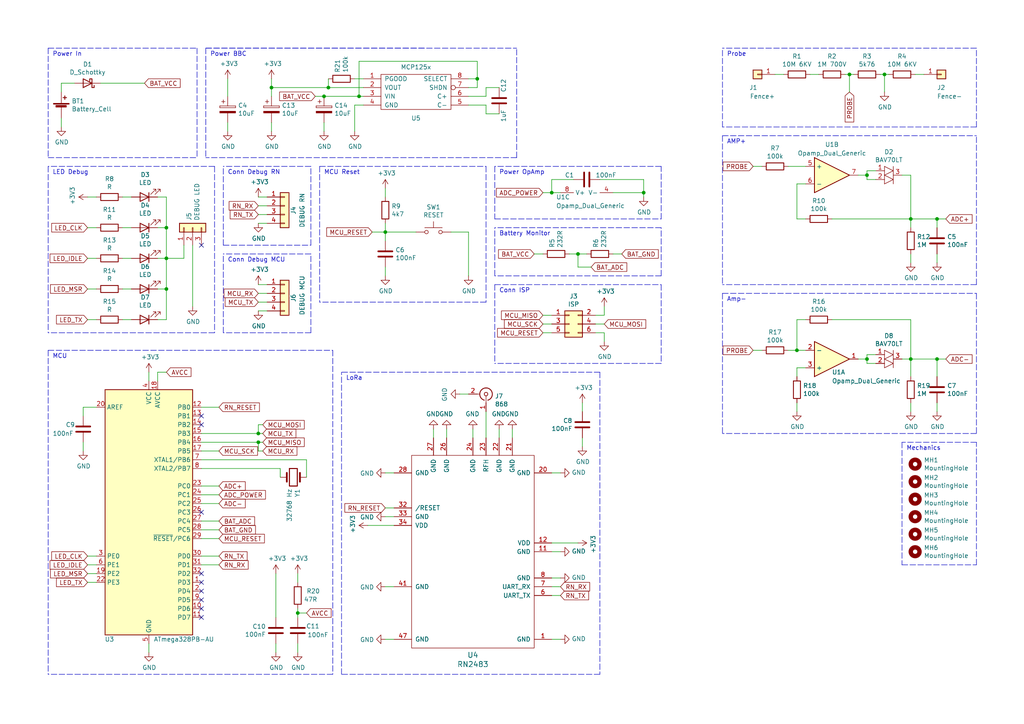
<source format=kicad_sch>
(kicad_sch (version 20211123) (generator eeschema)
  (paper "A4")
  (junction (at 111.76 67.31))
  (junction (at 95.25 25.4))
  (junction (at 48.26 83.82))
  (junction (at 74.93 125.73))
  (junction (at 264.16 104.14))
  (junction (at 74.93 128.27))
  (junction (at 256.54 21.59))
  (junction (at 246.38 21.59))
  (junction (at 48.26 66.04))
  (junction (at 251.46 104.14))
  (junction (at 231.14 101.6))
  (junction (at 186.69 55.88))
  (junction (at 167.64 73.66))
  (junction (at 251.46 50.8))
  (junction (at 160.02 55.88))
  (junction (at 264.16 63.5))
  (junction (at 104.14 27.94))
  (junction (at 93.98 27.94))
  (junction (at 271.78 63.5))
  (junction (at 271.78 104.14))
  (junction (at 138.43 22.86))
  (junction (at 86.36 177.8))
  (junction (at 48.26 74.93))
  (junction (at 78.74 25.4))
  (no_connect (at 58.42 168.91))
  (no_connect (at 58.42 179.07))
  (no_connect (at 58.42 71.12))
  (no_connect (at 58.42 148.59))
  (no_connect (at 58.42 171.45))
  (no_connect (at 58.42 166.37))
  (no_connect (at 58.42 123.19))
  (no_connect (at 58.42 173.99))
  (no_connect (at 58.42 176.53))
  (no_connect (at 58.42 120.65))
  (wire (pts (xy 25.4 66.04) (xy 27.94 66.04)))
  (wire (pts (xy 76.2 123.19) (xy 74.93 123.19)))
  (wire (pts (xy 105.41 22.86) (xy 102.87 22.86)))
  (wire (pts (xy 88.9 133.35) (xy 88.9 138.43)))
  (polyline (pts (xy 209.55 39.37) (xy 209.55 82.55)))
  (polyline (pts (xy 64.77 71.12) (xy 64.77 48.26)))
  (polyline (pts (xy 283.21 163.83) (xy 283.21 128.27)))
  (wire (pts (xy 231.14 63.5) (xy 233.68 63.5)))
  (wire (pts (xy 264.16 116.84) (xy 264.16 119.38)))
  (wire (pts (xy 160.02 52.07) (xy 166.37 52.07)))
  (wire (pts (xy 264.16 92.71) (xy 241.3 92.71)))
  (wire (pts (xy 160.02 167.64) (xy 162.56 167.64)))
  (wire (pts (xy 114.3 149.86) (xy 111.76 149.86)))
  (wire (pts (xy 114.3 147.32) (xy 111.76 147.32)))
  (wire (pts (xy 231.14 101.6) (xy 233.68 101.6)))
  (wire (pts (xy 25.4 83.82) (xy 27.94 83.82)))
  (polyline (pts (xy 140.97 48.26) (xy 140.97 87.63)))
  (wire (pts (xy 86.36 179.07) (xy 86.36 177.8)))
  (wire (pts (xy 148.59 127) (xy 148.59 124.46)))
  (wire (pts (xy 233.68 53.34) (xy 231.14 53.34)))
  (polyline (pts (xy 283.21 36.83) (xy 209.55 36.83)))
  (wire (pts (xy 38.1 57.15) (xy 35.56 57.15)))
  (polyline (pts (xy 283.21 13.97) (xy 209.55 13.97)))
  (wire (pts (xy 63.5 118.11) (xy 58.42 118.11)))
  (wire (pts (xy 135.89 114.3) (xy 133.35 114.3)))
  (polyline (pts (xy 90.17 48.26) (xy 64.77 48.26)))
  (polyline (pts (xy 13.97 48.26) (xy 13.97 96.52)))
  (wire (pts (xy 264.16 76.2) (xy 264.16 73.66)))
  (wire (pts (xy 25.4 74.93) (xy 27.94 74.93)))
  (wire (pts (xy 231.14 101.6) (xy 228.6 101.6)))
  (wire (pts (xy 140.97 27.94) (xy 140.97 25.4)))
  (wire (pts (xy 135.89 27.94) (xy 140.97 27.94)))
  (polyline (pts (xy 92.71 48.26) (xy 140.97 48.26)))
  (wire (pts (xy 251.46 52.07) (xy 251.46 50.8)))
  (wire (pts (xy 271.78 73.66) (xy 271.78 76.2)))
  (wire (pts (xy 111.76 67.31) (xy 111.76 69.85)))
  (polyline (pts (xy 96.52 195.58) (xy 13.97 195.58)))
  (wire (pts (xy 48.26 74.93) (xy 53.34 74.93)))
  (wire (pts (xy 106.68 152.4) (xy 114.3 152.4)))
  (wire (pts (xy 43.18 186.69) (xy 43.18 189.23)))
  (wire (pts (xy 91.44 27.94) (xy 93.98 27.94)))
  (wire (pts (xy 231.14 119.38) (xy 231.14 116.84)))
  (polyline (pts (xy 283.21 125.73) (xy 209.55 125.73)))
  (wire (pts (xy 168.91 129.54) (xy 168.91 127)))
  (wire (pts (xy 138.43 22.86) (xy 138.43 17.78)))
  (polyline (pts (xy 191.77 80.01) (xy 143.51 80.01)))
  (wire (pts (xy 160.02 55.88) (xy 160.02 52.07)))
  (wire (pts (xy 77.47 87.63) (xy 74.93 87.63)))
  (wire (pts (xy 173.99 52.07) (xy 186.69 52.07)))
  (polyline (pts (xy 191.77 82.55) (xy 191.77 105.41)))
  (wire (pts (xy 271.78 66.04) (xy 271.78 63.5)))
  (polyline (pts (xy 90.17 71.12) (xy 90.17 48.26)))
  (wire (pts (xy 48.26 83.82) (xy 45.72 83.82)))
  (wire (pts (xy 48.26 74.93) (xy 48.26 66.04)))
  (wire (pts (xy 25.4 92.71) (xy 27.94 92.71)))
  (wire (pts (xy 264.16 63.5) (xy 264.16 66.04)))
  (wire (pts (xy 55.88 88.9) (xy 55.88 71.12)))
  (wire (pts (xy 102.87 30.48) (xy 102.87 38.1)))
  (wire (pts (xy 58.42 133.35) (xy 88.9 133.35)))
  (wire (pts (xy 35.56 74.93) (xy 38.1 74.93)))
  (polyline (pts (xy 209.55 39.37) (xy 283.21 39.37)))
  (wire (pts (xy 251.46 104.14) (xy 248.92 104.14)))
  (wire (pts (xy 81.28 135.89) (xy 81.28 138.43)))
  (wire (pts (xy 261.62 104.14) (xy 264.16 104.14)))
  (wire (pts (xy 137.16 127) (xy 137.16 124.46)))
  (wire (pts (xy 167.64 77.47) (xy 171.45 77.47)))
  (wire (pts (xy 104.14 17.78) (xy 104.14 27.94)))
  (wire (pts (xy 271.78 109.22) (xy 271.78 104.14)))
  (polyline (pts (xy 173.99 107.95) (xy 99.06 107.95)))
  (wire (pts (xy 175.26 91.44) (xy 175.26 88.9)))
  (wire (pts (xy 74.93 62.23) (xy 77.47 62.23)))
  (wire (pts (xy 160.02 91.44) (xy 157.48 91.44)))
  (wire (pts (xy 74.93 59.69) (xy 77.47 59.69)))
  (wire (pts (xy 140.97 30.48) (xy 140.97 33.02)))
  (polyline (pts (xy 149.86 45.72) (xy 149.86 13.97)))
  (wire (pts (xy 135.89 25.4) (xy 138.43 25.4)))
  (wire (pts (xy 160.02 93.98) (xy 157.48 93.98)))
  (wire (pts (xy 177.8 55.88) (xy 186.69 55.88)))
  (wire (pts (xy 251.46 49.53) (xy 251.46 50.8)))
  (wire (pts (xy 157.48 73.66) (xy 154.94 73.66)))
  (wire (pts (xy 104.14 27.94) (xy 93.98 27.94)))
  (wire (pts (xy 162.56 170.18) (xy 160.02 170.18)))
  (wire (pts (xy 231.14 92.71) (xy 231.14 101.6)))
  (wire (pts (xy 167.64 77.47) (xy 167.64 73.66)))
  (wire (pts (xy 48.26 57.15) (xy 45.72 57.15)))
  (wire (pts (xy 254 105.41) (xy 251.46 105.41)))
  (wire (pts (xy 38.1 83.82) (xy 35.56 83.82)))
  (wire (pts (xy 130.81 67.31) (xy 135.89 67.31)))
  (wire (pts (xy 111.76 57.15) (xy 111.76 54.61)))
  (wire (pts (xy 48.26 83.82) (xy 48.26 74.93)))
  (polyline (pts (xy 57.15 13.97) (xy 57.15 45.72)))
  (wire (pts (xy 104.14 17.78) (xy 138.43 17.78)))
  (polyline (pts (xy 191.77 48.26) (xy 143.51 48.26)))
  (wire (pts (xy 245.11 21.59) (xy 246.38 21.59)))
  (wire (pts (xy 233.68 106.68) (xy 231.14 106.68)))
  (wire (pts (xy 63.5 161.29) (xy 58.42 161.29)))
  (wire (pts (xy 234.95 21.59) (xy 237.49 21.59)))
  (polyline (pts (xy 140.97 87.63) (xy 92.71 87.63)))
  (wire (pts (xy 271.78 104.14) (xy 264.16 104.14)))
  (wire (pts (xy 160.02 185.42) (xy 162.56 185.42)))
  (polyline (pts (xy 149.86 45.72) (xy 59.69 45.72)))
  (wire (pts (xy 63.5 163.83) (xy 58.42 163.83)))
  (wire (pts (xy 63.5 156.21) (xy 58.42 156.21)))
  (polyline (pts (xy 283.21 82.55) (xy 209.55 82.55)))
  (wire (pts (xy 160.02 96.52) (xy 157.48 96.52)))
  (wire (pts (xy 251.46 50.8) (xy 248.92 50.8)))
  (polyline (pts (xy 191.77 80.01) (xy 191.77 66.04)))
  (wire (pts (xy 74.93 123.19) (xy 74.93 125.73)))
  (wire (pts (xy 88.9 177.8) (xy 86.36 177.8)))
  (wire (pts (xy 274.32 104.14) (xy 271.78 104.14)))
  (wire (pts (xy 21.59 24.13) (xy 17.78 24.13)))
  (wire (pts (xy 264.16 104.14) (xy 264.16 109.22)))
  (wire (pts (xy 114.3 170.18) (xy 111.76 170.18)))
  (wire (pts (xy 38.1 92.71) (xy 35.56 92.71)))
  (wire (pts (xy 231.14 106.68) (xy 231.14 109.22)))
  (wire (pts (xy 27.94 118.11) (xy 24.13 118.11)))
  (polyline (pts (xy 143.51 82.55) (xy 143.51 105.41)))
  (wire (pts (xy 162.56 172.72) (xy 160.02 172.72)))
  (wire (pts (xy 111.76 67.31) (xy 120.65 67.31)))
  (polyline (pts (xy 99.06 195.58) (xy 99.06 107.95)))
  (wire (pts (xy 135.89 22.86) (xy 138.43 22.86)))
  (wire (pts (xy 125.73 124.46) (xy 125.73 127)))
  (wire (pts (xy 45.72 107.95) (xy 45.72 110.49)))
  (wire (pts (xy 144.78 127) (xy 144.78 124.46)))
  (wire (pts (xy 105.41 30.48) (xy 102.87 30.48)))
  (wire (pts (xy 114.3 137.16) (xy 111.76 137.16)))
  (wire (pts (xy 77.47 85.09) (xy 74.93 85.09)))
  (polyline (pts (xy 143.51 63.5) (xy 191.77 63.5)))
  (wire (pts (xy 180.34 73.66) (xy 177.8 73.66)))
  (polyline (pts (xy 191.77 105.41) (xy 143.51 105.41)))
  (wire (pts (xy 27.94 166.37) (xy 25.4 166.37)))
  (wire (pts (xy 167.64 73.66) (xy 170.18 73.66)))
  (wire (pts (xy 76.2 130.81) (xy 74.93 130.81)))
  (wire (pts (xy 220.98 101.6) (xy 218.44 101.6)))
  (wire (pts (xy 254 52.07) (xy 251.46 52.07)))
  (polyline (pts (xy 209.55 36.83) (xy 209.55 13.97)))
  (wire (pts (xy 231.14 53.34) (xy 231.14 63.5)))
  (wire (pts (xy 157.48 55.88) (xy 160.02 55.88)))
  (wire (pts (xy 27.94 163.83) (xy 25.4 163.83)))
  (wire (pts (xy 24.13 118.11) (xy 24.13 120.65)))
  (wire (pts (xy 140.97 127) (xy 140.97 119.38)))
  (polyline (pts (xy 13.97 101.6) (xy 13.97 195.58)))
  (polyline (pts (xy 59.69 13.97) (xy 123.19 13.97)))
  (polyline (pts (xy 59.69 13.97) (xy 59.69 45.72)))
  (wire (pts (xy 66.04 35.56) (xy 66.04 38.1)))
  (polyline (pts (xy 209.55 85.09) (xy 283.21 85.09)))
  (wire (pts (xy 78.74 35.56) (xy 78.74 38.1)))
  (wire (pts (xy 43.18 110.49) (xy 43.18 107.95)))
  (wire (pts (xy 25.4 57.15) (xy 27.94 57.15)))
  (wire (pts (xy 114.3 185.42) (xy 111.76 185.42)))
  (polyline (pts (xy 283.21 36.83) (xy 283.21 13.97)))
  (wire (pts (xy 63.5 146.05) (xy 58.42 146.05)))
  (wire (pts (xy 77.47 57.15) (xy 74.93 57.15)))
  (wire (pts (xy 78.74 25.4) (xy 78.74 22.86)))
  (wire (pts (xy 271.78 116.84) (xy 271.78 119.38)))
  (wire (pts (xy 29.21 24.13) (xy 41.91 24.13)))
  (wire (pts (xy 129.54 127) (xy 129.54 124.46)))
  (wire (pts (xy 53.34 74.93) (xy 53.34 71.12)))
  (wire (pts (xy 246.38 21.59) (xy 247.65 21.59)))
  (wire (pts (xy 256.54 21.59) (xy 257.81 21.59)))
  (polyline (pts (xy 64.77 96.52) (xy 64.77 73.66)))
  (wire (pts (xy 27.94 168.91) (xy 25.4 168.91)))
  (wire (pts (xy 48.26 92.71) (xy 45.72 92.71)))
  (polyline (pts (xy 283.21 128.27) (xy 261.62 128.27)))
  (wire (pts (xy 95.25 25.4) (xy 105.41 25.4)))
  (wire (pts (xy 27.94 161.29) (xy 25.4 161.29)))
  (wire (pts (xy 77.47 90.17) (xy 74.93 90.17)))
  (wire (pts (xy 78.74 25.4) (xy 78.74 27.94)))
  (wire (pts (xy 220.98 48.26) (xy 218.44 48.26)))
  (wire (pts (xy 58.42 130.81) (xy 63.5 130.81)))
  (wire (pts (xy 186.69 55.88) (xy 186.69 57.15)))
  (wire (pts (xy 58.42 135.89) (xy 81.28 135.89)))
  (wire (pts (xy 160.02 157.48) (xy 167.64 157.48)))
  (wire (pts (xy 175.26 96.52) (xy 172.72 96.52)))
  (wire (pts (xy 17.78 34.29) (xy 17.78 36.83)))
  (wire (pts (xy 186.69 52.07) (xy 186.69 55.88)))
  (polyline (pts (xy 143.51 48.26) (xy 143.51 63.5)))
  (wire (pts (xy 74.93 125.73) (xy 76.2 125.73)))
  (wire (pts (xy 261.62 50.8) (xy 264.16 50.8)))
  (wire (pts (xy 86.36 177.8) (xy 86.36 176.53)))
  (wire (pts (xy 255.27 21.59) (xy 256.54 21.59)))
  (wire (pts (xy 86.36 189.23) (xy 86.36 186.69)))
  (wire (pts (xy 233.68 48.26) (xy 228.6 48.26)))
  (wire (pts (xy 77.47 64.77) (xy 74.93 64.77)))
  (polyline (pts (xy 143.51 80.01) (xy 143.51 66.04)))
  (polyline (pts (xy 62.23 48.26) (xy 13.97 48.26)))
  (wire (pts (xy 256.54 26.67) (xy 256.54 21.59)))
  (wire (pts (xy 105.41 27.94) (xy 104.14 27.94)))
  (wire (pts (xy 38.1 66.04) (xy 35.56 66.04)))
  (wire (pts (xy 251.46 102.87) (xy 251.46 104.14)))
  (wire (pts (xy 172.72 91.44) (xy 175.26 91.44)))
  (wire (pts (xy 93.98 35.56) (xy 93.98 38.1)))
  (polyline (pts (xy 62.23 48.26) (xy 62.23 96.52)))
  (wire (pts (xy 78.74 25.4) (xy 95.25 25.4)))
  (polyline (pts (xy 209.55 85.09) (xy 209.55 125.73)))
  (wire (pts (xy 264.16 50.8) (xy 264.16 63.5)))
  (wire (pts (xy 48.26 92.71) (xy 48.26 83.82)))
  (wire (pts (xy 111.76 80.01) (xy 111.76 77.47)))
  (wire (pts (xy 80.01 189.23) (xy 80.01 186.69)))
  (wire (pts (xy 274.32 63.5) (xy 271.78 63.5)))
  (wire (pts (xy 264.16 92.71) (xy 264.16 104.14)))
  (polyline (pts (xy 261.62 163.83) (xy 283.21 163.83)))
  (wire (pts (xy 111.76 64.77) (xy 111.76 67.31)))
  (wire (pts (xy 165.1 73.66) (xy 167.64 73.66)))
  (wire (pts (xy 48.26 74.93) (xy 45.72 74.93)))
  (polyline (pts (xy 283.21 82.55) (xy 283.21 39.37)))
  (wire (pts (xy 140.97 25.4) (xy 144.78 25.4)))
  (wire (pts (xy 254 49.53) (xy 251.46 49.53)))
  (polyline (pts (xy 64.77 71.12) (xy 90.17 71.12)))
  (wire (pts (xy 86.36 168.91) (xy 86.36 166.37)))
  (wire (pts (xy 17.78 24.13) (xy 17.78 26.67)))
  (wire (pts (xy 160.02 160.02) (xy 162.56 160.02)))
  (wire (pts (xy 63.5 143.51) (xy 58.42 143.51)))
  (wire (pts (xy 168.91 119.38) (xy 168.91 116.84)))
  (wire (pts (xy 160.02 137.16) (xy 162.56 137.16)))
  (wire (pts (xy 63.5 140.97) (xy 58.42 140.97)))
  (wire (pts (xy 48.26 66.04) (xy 45.72 66.04)))
  (polyline (pts (xy 173.99 107.95) (xy 173.99 195.58)))
  (wire (pts (xy 74.93 128.27) (xy 76.2 128.27)))
  (wire (pts (xy 24.13 130.81) (xy 24.13 128.27)))
  (polyline (pts (xy 90.17 96.52) (xy 64.77 96.52)))
  (wire (pts (xy 135.89 30.48) (xy 140.97 30.48)))
  (wire (pts (xy 66.04 22.86) (xy 66.04 27.94)))
  (wire (pts (xy 224.79 21.59) (xy 227.33 21.59)))
  (wire (pts (xy 175.26 99.06) (xy 175.26 96.52)))
  (polyline (pts (xy 143.51 82.55) (xy 191.77 82.55)))
  (wire (pts (xy 80.01 179.07) (xy 80.01 166.37)))
  (wire (pts (xy 175.26 93.98) (xy 172.72 93.98)))
  (polyline (pts (xy 13.97 101.6) (xy 96.52 101.6)))
  (wire (pts (xy 251.46 105.41) (xy 251.46 104.14)))
  (wire (pts (xy 95.25 22.86) (xy 95.25 25.4)))
  (polyline (pts (xy 191.77 66.04) (xy 143.51 66.04)))
  (polyline (pts (xy 62.23 96.52) (xy 13.97 96.52)))
  (wire (pts (xy 107.95 67.31) (xy 111.76 67.31)))
  (polyline (pts (xy 191.77 63.5) (xy 191.77 48.26)))
  (wire (pts (xy 63.5 153.67) (xy 58.42 153.67)))
  (wire (pts (xy 254 102.87) (xy 251.46 102.87)))
  (wire (pts (xy 160.02 55.88) (xy 162.56 55.88)))
  (wire (pts (xy 45.72 107.95) (xy 48.26 107.95)))
  (polyline (pts (xy 90.17 96.52) (xy 90.17 73.66)))
  (polyline (pts (xy 92.71 48.26) (xy 92.71 87.63)))
  (wire (pts (xy 58.42 128.27) (xy 74.93 128.27)))
  (wire (pts (xy 246.38 21.59) (xy 246.38 26.67)))
  (polyline (pts (xy 13.97 13.97) (xy 13.97 45.72)))
  (polyline (pts (xy 13.97 13.97) (xy 57.15 13.97)))
  (polyline (pts (xy 59.69 13.97) (xy 149.86 13.97)))
  (polyline (pts (xy 261.62 128.27) (xy 261.62 163.83)))
  (polyline (pts (xy 90.17 73.66) (xy 64.77 73.66)))
  (wire (pts (xy 233.68 92.71) (xy 231.14 92.71)))
  (wire (pts (xy 140.97 33.02) (xy 144.78 33.02)))
  (wire (pts (xy 63.5 151.13) (xy 58.42 151.13)))
  (polyline (pts (xy 96.52 101.6) (xy 96.52 195.58)))
  (wire (pts (xy 74.93 130.81) (xy 74.93 128.27)))
  (polyline (pts (xy 13.97 45.72) (xy 57.15 45.72)))
  (wire (pts (xy 48.26 57.15) (xy 48.26 66.04)))
  (wire (pts (xy 265.43 21.59) (xy 267.97 21.59)))
  (wire (pts (xy 77.47 82.55) (xy 74.93 82.55)))
  (wire (pts (xy 135.89 67.31) (xy 135.89 80.01)))
  (wire (pts (xy 138.43 25.4) (xy 138.43 22.86)))
  (polyline (pts (xy 283.21 85.09) (xy 283.21 125.73)))
  (polyline (pts (xy 173.99 195.58) (xy 99.06 195.58)))
  (wire (pts (xy 241.3 63.5) (xy 264.16 63.5)))
  (wire (pts (xy 271.78 63.5) (xy 264.16 63.5)))
  (wire (pts (xy 58.42 125.73) (xy 74.93 125.73)))
  (text "Power BBC" (at 60.96 16.51 0) (effects (font (size 1.27 1.27)) (justify left bottom)))
  (text "Conn ISP" (at 144.78 85.09 0) (effects (font (size 1.27 1.27)) (justify left bottom)))
  (text "Battery Monitor" (at 144.78 68.58 0) (effects (font (size 1.27 1.27)) (justify left bottom)))
  (text "Conn Debug MCU" (at 66.04 76.2 0) (effects (font (size 1.27 1.27)) (justify left bottom)))
  (text "AMP+" (at 210.82 41.91 0) (effects (font (size 1.27 1.27)) (justify left bottom)))
  (text "MCU" (at 15.24 104.14 0) (effects (font (size 1.27 1.27)) (justify left bottom)))
  (text "Conn Debug RN" (at 66.04 50.8 0) (effects (font (size 1.27 1.27)) (justify left bottom)))
  (text "Mechanics" (at 262.89 130.81 0) (effects (font (size 1.27 1.27)) (justify left bottom)))
  (text "Power In" (at 15.24 16.51 0) (effects (font (size 1.27 1.27)) (justify left bottom)))
  (text "MCU Reset" (at 93.98 50.8 0) (effects (font (size 1.27 1.27)) (justify left bottom)))
  (text "Power OpAmp" (at 144.78 50.8 0) (effects (font (size 1.27 1.27)) (justify left bottom)))
  (text "LoRa" (at 100.33 110.49 0) (effects (font (size 1.27 1.27)) (justify left bottom)))
  (text "LED Debug" (at 15.24 50.8 0) (effects (font (size 1.27 1.27)) (justify left bottom)))
  (text "Probe" (at 210.82 16.51 0) (effects (font (size 1.27 1.27)) (justify left bottom)))
  (text "Amp-" (at 210.82 87.63 0) (effects (font (size 1.27 1.27)) (justify left bottom)))
  (global_label "BAT_VCC" (shape input) (at 41.91 24.13 0) (property "Intersheet References" "${INTERSHEET_REFS}" (effects hide)))
  (global_label "LED_MSR" (shape input) (at 25.4 166.37 180) (property "Intersheet References" "${INTERSHEET_REFS}" (effects hide)))
  (global_label "MCU_MOSI" (shape input) (at 175.26 93.98 0) (property "Intersheet References" "${INTERSHEET_REFS}" (effects hide)))
  (global_label "BAT_ADC" (shape input) (at 63.5 151.13 0) (property "Intersheet References" "${INTERSHEET_REFS}" (effects hide)))
  (global_label "ADC_POWER" (shape input) (at 157.48 55.88 180) (property "Intersheet References" "${INTERSHEET_REFS}" (effects hide)))
  (global_label "BAT_VCC" (shape input) (at 91.44 27.94 180) (property "Intersheet References" "${INTERSHEET_REFS}" (effects hide)))
  (global_label "MCU_RX" (shape input) (at 74.93 85.09 180) (property "Intersheet References" "${INTERSHEET_REFS}" (effects hide)))
  (global_label "BAT_VCC" (shape input) (at 154.94 73.66 180) (property "Intersheet References" "${INTERSHEET_REFS}" (effects hide)))
  (global_label "MCU_RX" (shape input) (at 76.2 130.81 0) (property "Intersheet References" "${INTERSHEET_REFS}" (effects hide)))
  (global_label "ADC+" (shape input) (at 274.32 63.5 0) (property "Intersheet References" "${INTERSHEET_REFS}" (effects hide)))
  (global_label "RN_RESET" (shape input) (at 111.76 147.32 180) (property "Intersheet References" "${INTERSHEET_REFS}" (effects hide)))
  (global_label "PROBE" (shape input) (at 218.44 101.6 180) (property "Intersheet References" "${INTERSHEET_REFS}" (effects hide)))
  (global_label "LED_TX" (shape input) (at 25.4 168.91 180) (property "Intersheet References" "${INTERSHEET_REFS}" (effects hide)))
  (global_label "RN_TX" (shape input) (at 74.93 62.23 180) (property "Intersheet References" "${INTERSHEET_REFS}" (effects hide)))
  (global_label "BAT_GND" (shape input) (at 180.34 73.66 0) (property "Intersheet References" "${INTERSHEET_REFS}" (effects hide)))
  (global_label "RN_RX" (shape input) (at 63.5 163.83 0) (property "Intersheet References" "${INTERSHEET_REFS}" (effects hide)))
  (global_label "BAT_ADC" (shape input) (at 171.45 77.47 0) (property "Intersheet References" "${INTERSHEET_REFS}" (effects hide)))
  (global_label "MCU_RESET" (shape input) (at 157.48 96.52 180) (property "Intersheet References" "${INTERSHEET_REFS}" (effects hide)))
  (global_label "LED_IDLE" (shape input) (at 25.4 163.83 180) (property "Intersheet References" "${INTERSHEET_REFS}" (effects hide)))
  (global_label "MCU_SCK" (shape input) (at 157.48 93.98 180) (property "Intersheet References" "${INTERSHEET_REFS}" (effects hide)))
  (global_label "AVCC" (shape input) (at 48.26 107.95 0) (property "Intersheet References" "${INTERSHEET_REFS}" (effects hide)))
  (global_label "AVCC" (shape input) (at 88.9 177.8 0) (property "Intersheet References" "${INTERSHEET_REFS}" (effects hide)))
  (global_label "RN_RESET" (shape input) (at 63.5 118.11 0) (property "Intersheet References" "${INTERSHEET_REFS}" (effects hide)))
  (global_label "ADC-" (shape input) (at 274.32 104.14 0) (property "Intersheet References" "${INTERSHEET_REFS}" (effects hide)))
  (global_label "MCU_MISO" (shape input) (at 76.2 128.27 0) (property "Intersheet References" "${INTERSHEET_REFS}" (effects hide)))
  (global_label "RN_RX" (shape input) (at 162.56 170.18 0) (property "Intersheet References" "${INTERSHEET_REFS}" (effects hide)))
  (global_label "ADC_POWER" (shape input) (at 63.5 143.51 0) (property "Intersheet References" "${INTERSHEET_REFS}" (effects hide)))
  (global_label "LED_MSR" (shape input) (at 25.4 83.82 180) (property "Intersheet References" "${INTERSHEET_REFS}" (effects hide)))
  (global_label "LED_CLK" (shape input) (at 25.4 66.04 180) (property "Intersheet References" "${INTERSHEET_REFS}" (effects hide)))
  (global_label "RN_TX" (shape input) (at 162.56 172.72 0) (property "Intersheet References" "${INTERSHEET_REFS}" (effects hide)))
  (global_label "MCU_RESET" (shape input) (at 63.5 156.21 0) (property "Intersheet References" "${INTERSHEET_REFS}" (effects hide)))
  (global_label "LED_CLK" (shape input) (at 25.4 161.29 180) (property "Intersheet References" "${INTERSHEET_REFS}" (effects hide)))
  (global_label "MCU_TX" (shape input) (at 74.93 87.63 180) (property "Intersheet References" "${INTERSHEET_REFS}" (effects hide)))
  (global_label "LED_IDLE" (shape input) (at 25.4 74.93 180) (property "Intersheet References" "${INTERSHEET_REFS}" (effects hide)))
  (global_label "ADC+" (shape input) (at 63.5 140.97 0) (property "Intersheet References" "${INTERSHEET_REFS}" (effects hide)))
  (global_label "LED_TX" (shape input) (at 25.4 92.71 180) (property "Intersheet References" "${INTERSHEET_REFS}" (effects hide)))
  (global_label "PROBE" (shape input) (at 218.44 48.26 180) (property "Intersheet References" "${INTERSHEET_REFS}" (effects hide)))
  (global_label "MCU_MISO" (shape input) (at 157.48 91.44 180) (property "Intersheet References" "${INTERSHEET_REFS}" (effects hide)))
  (global_label "RN_RX" (shape input) (at 74.93 59.69 180) (property "Intersheet References" "${INTERSHEET_REFS}" (effects hide)))
  (global_label "ADC-" (shape input) (at 63.5 146.05 0) (property "Intersheet References" "${INTERSHEET_REFS}" (effects hide)))
  (global_label "PROBE" (shape input) (at 246.38 26.67 270) (property "Intersheet References" "${INTERSHEET_REFS}" (effects hide)))
  (global_label "RN_TX" (shape input) (at 63.5 161.29 0) (property "Intersheet References" "${INTERSHEET_REFS}" (effects hide)))
  (global_label "MCU_RESET" (shape input) (at 107.95 67.31 180) (property "Intersheet References" "${INTERSHEET_REFS}" (effects hide)))
  (global_label "MCU_MOSI" (shape input) (at 76.2 123.19 0) (property "Intersheet References" "${INTERSHEET_REFS}" (effects hide)))
  (global_label "MCU_SCK" (shape input) (at 63.5 130.81 0) (property "Intersheet References" "${INTERSHEET_REFS}" (effects hide)))
  (global_label "MCU_TX" (shape input) (at 76.2 125.73 0) (property "Intersheet References" "${INTERSHEET_REFS}" (effects hide)))
  (global_label "BAT_GND" (shape input) (at 63.5 153.67 0) (property "Intersheet References" "${INTERSHEET_REFS}" (effects hide)))
  (symbol (lib_id "Connector_Generic:Conn_01x01") (at 219.71 21.59 180) (unit 1)
    (property "Reference" "J1" (at 219.71 25.4 0) (effects (justify left)))
    (property "Value" "Fence+" (at 224.79 27.94 0) (effects (justify left)))
    (property "Footprint" "TestPoint:TestPoint_THTPad_4.0x4.0mm_Drill2.0mm" (effects hide))
  )
  (symbol (lib_id "Connector_Generic:Conn_01x01") (at 273.05 21.59 0) (unit 1)
    (property "Reference" "J2" (at 271.78 25.4 0) (effects (justify left)))
    (property "Value" "Fence-" (at 271.78 27.94 0) (effects (justify left)))
    (property "Footprint" "TestPoint:TestPoint_THTPad_4.0x4.0mm_Drill2.0mm" (effects hide))
  )
  (symbol (lib_id "ALITECS:TLV9062") (at 241.3 50.8 0) (unit 2)
    (property "Reference" "U1" (at 241.3 41.91 0))
    (property "Value" "Opamp_Dual_Generic" (at 241.3 44.45 0))
    (property "Footprint" "Package_SO:SOIC-8_3.9x4.9mm_P1.27mm" (effects hide))
  )
  (symbol (lib_id "ALITECS:TLV9062") (at 170.18 58.42 90) (mirror x) (unit 3)
    (property "Reference" "U1" (at 161.29 57.15 90) (effects (justify right)))
    (property "Value" "Opamp_Dual_Generic" (at 161.29 59.69 90) (effects (justify right)))
    (property "Footprint" "Package_SO:SOIC-8_3.9x4.9mm_P1.27mm" (effects hide))
  )
  (symbol (lib_id "Device:Battery_Cell") (at 17.78 31.75 0) (unit 1)
    (property "Reference" "BT1" (at 20.7772 29.3116 0) (effects (justify left)))
    (property "Value" "Battery_Cell" (at 20.7772 31.623 0) (effects (justify left)))
    (property "Footprint" "ALITECS:18650HolderTHT" (effects hide))
  )
  (symbol (lib_id "Device:R") (at 111.76 60.96 0) (unit 1)
    (property "Reference" "R9" (at 113.538 59.7916 0) (effects (justify left)))
    (property "Value" "4k7" (at 113.538 62.103 0) (effects (justify left)))
    (property "Footprint" "Resistor_SMD:R_0805_2012Metric_Pad1.20x1.40mm_HandSolder" (effects hide))
  )
  (symbol (lib_id "Device:C") (at 111.76 73.66 0) (unit 1)
    (property "Reference" "C6" (at 114.681 72.4916 0) (effects (justify left)))
    (property "Value" "100nF" (at 114.681 74.803 0) (effects (justify left)))
    (property "Footprint" "Capacitor_SMD:C_0805_2012Metric_Pad1.18x1.45mm_HandSolder" (effects hide))
  )
  (symbol (lib_id "Device:C") (at 271.78 69.85 0) (unit 1)
    (property "Reference" "C5" (at 274.701 68.6816 0) (effects (justify left)))
    (property "Value" "100nF" (at 274.701 70.993 0) (effects (justify left)))
    (property "Footprint" "Capacitor_SMD:C_0805_2012Metric_Pad1.18x1.45mm_HandSolder" (effects hide))
  )
  (symbol (lib_id "power:GND") (at 66.04 38.1 0) (unit 1)
    (property "Reference" "#PWR06" (effects hide))
    (property "Value" "GND" (at 66.167 42.4942 0))
  )
  (symbol (lib_id "lofence-rescue:CP-Device") (at 66.04 31.75 0) (unit 1)
    (property "Reference" "C4" (at 69.0372 30.5816 0) (effects (justify left)))
    (property "Value" "10uF" (at 69.0372 32.893 0) (effects (justify left)))
    (property "Footprint" "Capacitor_SMD:CP_Elec_4x5.7" (effects hide))
  )
  (symbol (lib_id "Connector_Generic:Conn_02x03_Odd_Even") (at 165.1 93.98 0) (unit 1)
    (property "Reference" "J3" (at 166.37 85.9282 0))
    (property "Value" "ISP" (at 166.37 88.2396 0))
    (property "Footprint" "Connector_PinHeader_2.54mm:PinHeader_2x03_P2.54mm_Vertical" (effects hide))
  )
  (symbol (lib_id "lofence-rescue:+3.3V-power") (at 66.04 22.86 0) (unit 1)
    (property "Reference" "#PWR01" (effects hide))
    (property "Value" "+3.3V" (at 66.421 18.4658 0))
  )
  (symbol (lib_id "lofence-rescue:+3.3V-power") (at 111.76 54.61 0) (unit 1)
    (property "Reference" "#PWR07" (effects hide))
    (property "Value" "+3.3V" (at 112.141 50.2158 0))
  )
  (symbol (lib_id "power:GND") (at 111.76 80.01 0) (unit 1)
    (property "Reference" "#PWR013" (effects hide))
    (property "Value" "GND" (at 111.887 84.4042 0))
  )
  (symbol (lib_id "Device:R") (at 237.49 63.5 270) (unit 1)
    (property "Reference" "R10" (at 237.49 58.2422 90))
    (property "Value" "100k" (at 237.49 60.5536 90))
    (property "Footprint" "Resistor_SMD:R_0805_2012Metric_Pad1.20x1.40mm_HandSolder" (effects hide))
  )
  (symbol (lib_id "Device:R") (at 264.16 69.85 180) (unit 1)
    (property "Reference" "R12" (at 265.938 68.6816 0) (effects (justify right)))
    (property "Value" "1M" (at 265.938 70.993 0) (effects (justify right)))
    (property "Footprint" "Resistor_SMD:R_0805_2012Metric_Pad1.20x1.40mm_HandSolder" (effects hide))
  )
  (symbol (lib_id "power:GND") (at 264.16 76.2 0) (unit 1)
    (property "Reference" "#PWR011" (effects hide))
    (property "Value" "GND" (at 264.287 80.5942 0))
  )
  (symbol (lib_id "power:GND") (at 271.78 76.2 0) (unit 1)
    (property "Reference" "#PWR012" (effects hide))
    (property "Value" "GND" (at 271.907 80.5942 0))
  )
  (symbol (lib_id "Device:R") (at 224.79 48.26 270) (unit 1)
    (property "Reference" "R7" (at 224.79 43.0022 90))
    (property "Value" "100k" (at 224.79 45.3136 90))
    (property "Footprint" "Resistor_SMD:R_0805_2012Metric_Pad1.20x1.40mm_HandSolder" (effects hide))
  )
  (symbol (lib_id "Device:R") (at 224.79 101.6 270) (unit 1)
    (property "Reference" "R17" (at 224.79 96.3422 90))
    (property "Value" "100k" (at 224.79 98.6536 90))
    (property "Footprint" "Resistor_SMD:R_0805_2012Metric_Pad1.20x1.40mm_HandSolder" (effects hide))
  )
  (symbol (lib_id "Device:R") (at 237.49 92.71 270) (unit 1)
    (property "Reference" "R16" (at 237.49 87.4522 90))
    (property "Value" "100k" (at 237.49 89.7636 90))
    (property "Footprint" "Resistor_SMD:R_0805_2012Metric_Pad1.20x1.40mm_HandSolder" (effects hide))
  )
  (symbol (lib_id "Device:R") (at 231.14 113.03 180) (unit 1)
    (property "Reference" "R18" (at 232.918 111.8616 0) (effects (justify right)))
    (property "Value" "100k" (at 232.918 114.173 0) (effects (justify right)))
    (property "Footprint" "Resistor_SMD:R_0805_2012Metric_Pad1.20x1.40mm_HandSolder" (effects hide))
  )
  (symbol (lib_id "power:GND") (at 231.14 119.38 0) (unit 1)
    (property "Reference" "#PWR020" (effects hide))
    (property "Value" "GND" (at 231.267 123.7742 0))
  )
  (symbol (lib_id "Device:R") (at 264.16 113.03 180) (unit 1)
    (property "Reference" "R19" (at 265.938 111.8616 0) (effects (justify right)))
    (property "Value" "1M" (at 265.938 114.173 0) (effects (justify right)))
    (property "Footprint" "Resistor_SMD:R_0805_2012Metric_Pad1.20x1.40mm_HandSolder" (effects hide))
  )
  (symbol (lib_id "Device:C") (at 271.78 113.03 0) (unit 1)
    (property "Reference" "C7" (at 274.701 111.8616 0) (effects (justify left)))
    (property "Value" "100nF" (at 274.701 114.173 0) (effects (justify left)))
    (property "Footprint" "Capacitor_SMD:C_0805_2012Metric_Pad1.18x1.45mm_HandSolder" (effects hide))
  )
  (symbol (lib_id "power:GND") (at 264.16 119.38 0) (unit 1)
    (property "Reference" "#PWR021" (effects hide))
    (property "Value" "GND" (at 264.287 123.7742 0))
  )
  (symbol (lib_id "power:GND") (at 271.78 119.38 0) (unit 1)
    (property "Reference" "#PWR022" (effects hide))
    (property "Value" "GND" (at 271.907 123.7742 0))
  )
  (symbol (lib_id "Device:R") (at 231.14 21.59 270) (unit 1)
    (property "Reference" "R1" (at 231.14 16.3322 90))
    (property "Value" "10M 6KV" (at 231.14 18.6436 90))
    (property "Footprint" "Resistor_THT:R_Axial_DIN0516_L15.5mm_D5.0mm_P20.32mm_Horizontal" (effects hide))
  )
  (symbol (lib_id "Device:R") (at 241.3 21.59 270) (unit 1)
    (property "Reference" "R2" (at 241.3 16.3322 90))
    (property "Value" "1M 700V" (at 241.3 18.6436 90))
    (property "Footprint" "Resistor_THT:R_Axial_DIN0207_L6.3mm_D2.5mm_P10.16mm_Horizontal" (effects hide))
  )
  (symbol (lib_id "Device:R") (at 251.46 21.59 270) (unit 1)
    (property "Reference" "R3" (at 251.46 16.3322 90))
    (property "Value" "5k76" (at 251.46 18.6436 90))
    (property "Footprint" "Resistor_SMD:R_0805_2012Metric_Pad1.20x1.40mm_HandSolder" (effects hide))
  )
  (symbol (lib_id "Device:R") (at 261.62 21.59 270) (unit 1)
    (property "Reference" "R4" (at 261.62 16.3322 90))
    (property "Value" "10M 6KV" (at 261.62 18.6436 90))
    (property "Footprint" "Resistor_THT:R_Axial_DIN0516_L15.5mm_D5.0mm_P20.32mm_Horizontal" (effects hide))
  )
  (symbol (lib_id "power:GND") (at 175.26 99.06 0) (unit 1)
    (property "Reference" "#PWR05" (effects hide))
    (property "Value" "GND" (at 175.387 103.4542 0))
  )
  (symbol (lib_id "lofence-rescue:+3.3V-power") (at 175.26 88.9 0) (unit 1)
    (property "Reference" "#PWR02" (effects hide))
    (property "Value" "+3.3V" (at 175.641 84.5058 0))
  )
  (symbol (lib_id "ALITECS:TLV9062") (at 241.3 104.14 0) (mirror x) (unit 1)
    (property "Reference" "U1" (at 241.3 107.95 0) (effects (justify left)))
    (property "Value" "Opamp_Dual_Generic" (at 241.3 110.49 0) (effects (justify left)))
    (property "Footprint" "Package_SO:SOIC-8_3.9x4.9mm_P1.27mm" (effects hide))
  )
  (symbol (lib_id "power:GND") (at 186.69 57.15 0) (unit 1)
    (property "Reference" "#PWR03" (effects hide))
    (property "Value" "GND" (at 186.817 61.5442 0))
  )
  (symbol (lib_id "Connector_Generic:Conn_01x04") (at 82.55 85.09 0) (unit 1)
    (property "Reference" "J6" (at 85.09 87.63 90) (effects (justify left)))
    (property "Value" "DEBUG MCU" (at 87.63 91.44 90) (effects (justify left)))
    (property "Footprint" "Connector_PinHeader_2.54mm:PinHeader_1x04_P2.54mm_Vertical" (effects hide))
  )
  (symbol (lib_id "lofence-rescue:+3.3V-power") (at 74.93 82.55 0) (unit 1)
    (property "Reference" "#PWR015" (effects hide))
    (property "Value" "+3.3V" (at 75.311 78.1558 0))
  )
  (symbol (lib_id "Device:R") (at 161.29 73.66 270) (unit 1)
    (property "Reference" "R5" (at 160.1216 71.882 0) (effects (justify right)))
    (property "Value" "232R" (at 162.433 71.882 0) (effects (justify right)))
    (property "Footprint" "Resistor_SMD:R_0805_2012Metric_Pad1.20x1.40mm_HandSolder" (effects hide))
  )
  (symbol (lib_id "Device:R") (at 173.99 73.66 270) (unit 1)
    (property "Reference" "R6" (at 172.8216 71.882 0) (effects (justify right)))
    (property "Value" "232R" (at 175.133 71.882 0) (effects (justify right)))
    (property "Footprint" "Resistor_SMD:R_0805_2012Metric_Pad1.20x1.40mm_HandSolder" (effects hide))
  )
  (symbol (lib_id "ALITECS:RN2483_LoFence") (at 137.16 152.4 0) (unit 1)
    (property "Reference" "U4" (at 137.16 189.992 0) (effects (font (size 1.524 1.524))))
    (property "Value" "RN2483" (at 137.16 192.6844 0) (effects (font (size 1.524 1.524))))
    (property "Footprint" "ALITECS:RN2483_serial" (effects hide))
  )
  (symbol (lib_id "power:GND") (at 111.76 137.16 270) (unit 1)
    (property "Reference" "#PWR029" (effects hide))
    (property "Value" "GND" (at 108.5088 137.287 90) (effects (justify right)))
  )
  (symbol (lib_id "power:GND") (at 111.76 149.86 270) (unit 1)
    (property "Reference" "#PWR031" (effects hide))
    (property "Value" "GND" (at 108.5088 149.987 90) (effects (justify right)))
  )
  (symbol (lib_id "power:GND") (at 111.76 170.18 270) (unit 1)
    (property "Reference" "#PWR038" (effects hide))
    (property "Value" "GND" (at 108.5088 170.307 90) (effects (justify right)))
  )
  (symbol (lib_id "power:GND") (at 111.76 185.42 270) (unit 1)
    (property "Reference" "#PWR039" (effects hide))
    (property "Value" "GND" (at 108.5088 185.547 90) (effects (justify right)))
  )
  (symbol (lib_id "power:GND") (at 162.56 185.42 90) (unit 1)
    (property "Reference" "#PWR040" (effects hide))
    (property "Value" "GND" (at 165.8112 185.293 90) (effects (justify right)))
  )
  (symbol (lib_id "power:GND") (at 162.56 167.64 90) (unit 1)
    (property "Reference" "#PWR037" (effects hide))
    (property "Value" "GND" (at 165.8112 167.513 90) (effects (justify right)))
  )
  (symbol (lib_id "power:GND") (at 162.56 160.02 90) (unit 1)
    (property "Reference" "#PWR034" (effects hide))
    (property "Value" "GND" (at 165.8112 159.893 90) (effects (justify right)))
  )
  (symbol (lib_id "power:GND") (at 162.56 137.16 90) (unit 1)
    (property "Reference" "#PWR030" (effects hide))
    (property "Value" "GND" (at 165.8112 137.033 90) (effects (justify right)))
  )
  (symbol (lib_id "power:GND") (at 148.59 124.46 180) (unit 1)
    (property "Reference" "#PWR027" (effects hide))
    (property "Value" "GND" (at 148.463 120.0658 0))
  )
  (symbol (lib_id "power:GND") (at 144.78 124.46 180) (unit 1)
    (property "Reference" "#PWR026" (effects hide))
    (property "Value" "GND" (at 144.653 120.0658 0))
  )
  (symbol (lib_id "power:GND") (at 129.54 124.46 180) (unit 1)
    (property "Reference" "#PWR025" (effects hide))
    (property "Value" "GND" (at 129.413 120.0658 0))
  )
  (symbol (lib_id "power:GND") (at 125.73 124.46 180) (unit 1)
    (property "Reference" "#PWR024" (effects hide))
    (property "Value" "GND" (at 125.603 120.0658 0))
  )
  (symbol (lib_id "power:GND") (at 74.93 90.17 0) (unit 1)
    (property "Reference" "#PWR017" (effects hide))
    (property "Value" "GND" (at 75.057 94.5642 0))
  )
  (symbol (lib_id "MCU_Microchip_ATmega:ATmega328PB-A") (at 43.18 148.59 0) (unit 1)
    (property "Reference" "U3" (at 31.75 185.42 0))
    (property "Value" "ATmega328PB-AU" (at 53.34 185.42 0))
    (property "Footprint" "Package_QFP:TQFP-32_7x7mm_P0.8mm" (effects hide))
    (property "Datasheet" "http://ww1.microchip.com/downloads/en/DeviceDoc/40001906C.pdf" (effects hide))
  )
  (symbol (lib_id "Device:LED") (at 41.91 57.15 180) (unit 1)
    (property "Reference" "D3" (at 42.1132 50.673 0))
    (property "Value" "LED" (at 42.1132 52.9844 0))
    (property "Footprint" "LED_SMD:LED_0805_2012Metric_Pad1.15x1.40mm_HandSolder" (effects hide))
  )
  (symbol (lib_id "Device:LED") (at 41.91 66.04 180) (unit 1)
    (property "Reference" "D4" (at 42.1132 59.563 0))
    (property "Value" "LED" (at 42.1132 61.8744 0))
    (property "Footprint" "LED_SMD:LED_0805_2012Metric_Pad1.15x1.40mm_HandSolder" (effects hide))
  )
  (symbol (lib_id "Device:LED") (at 41.91 74.93 180) (unit 1)
    (property "Reference" "D5" (at 42.1132 68.453 0))
    (property "Value" "LED" (at 42.1132 70.7644 0))
    (property "Footprint" "LED_SMD:LED_0805_2012Metric_Pad1.15x1.40mm_HandSolder" (effects hide))
  )
  (symbol (lib_id "Device:LED") (at 41.91 83.82 180) (unit 1)
    (property "Reference" "D6" (at 42.1132 77.343 0))
    (property "Value" "LED" (at 42.1132 79.6544 0))
    (property "Footprint" "LED_SMD:LED_0805_2012Metric_Pad1.15x1.40mm_HandSolder" (effects hide))
  )
  (symbol (lib_id "Device:LED") (at 41.91 92.71 180) (unit 1)
    (property "Reference" "D7" (at 42.1132 86.233 0))
    (property "Value" "LED" (at 42.1132 88.5444 0))
    (property "Footprint" "LED_SMD:LED_0805_2012Metric_Pad1.15x1.40mm_HandSolder" (effects hide))
  )
  (symbol (lib_id "Connector_Generic:Conn_01x03") (at 55.88 66.04 90) (unit 1)
    (property "Reference" "J5" (at 54.8132 64.008 0) (effects (justify left)))
    (property "Value" "DEBUG LED" (at 57.1246 64.008 0) (effects (justify left)))
    (property "Footprint" "Connector_PinHeader_2.54mm:PinHeader_1x03_P2.54mm_Vertical" (effects hide))
  )
  (symbol (lib_id "lofence-rescue:+3.3V-power") (at 43.18 107.95 0) (unit 1)
    (property "Reference" "#PWR018" (effects hide))
    (property "Value" "+3.3V" (at 43.561 103.5558 0))
  )
  (symbol (lib_id "power:GND") (at 43.18 189.23 0) (unit 1)
    (property "Reference" "#PWR041" (effects hide))
    (property "Value" "GND" (at 43.307 193.6242 0))
  )
  (symbol (lib_id "Device:Crystal") (at 85.09 138.43 180) (unit 1)
    (property "Reference" "Y1" (at 86.2584 141.7574 90) (effects (justify left)))
    (property "Value" "32768 Hz" (at 83.947 141.7574 90) (effects (justify left)))
    (property "Footprint" "Crystal:Crystal_Round_D3.0mm_Vertical" (effects hide))
  )
  (symbol (lib_id "Device:C") (at 24.13 124.46 0) (unit 1)
    (property "Reference" "C9" (at 19.05 123.19 0) (effects (justify left)))
    (property "Value" "100nF" (at 15.24 125.73 0) (effects (justify left)))
    (property "Footprint" "Capacitor_SMD:C_0805_2012Metric_Pad1.18x1.45mm_HandSolder" (effects hide))
  )
  (symbol (lib_id "power:GND") (at 24.13 130.81 0) (unit 1)
    (property "Reference" "#PWR028" (effects hide))
    (property "Value" "GND" (at 24.257 135.2042 0))
  )
  (symbol (lib_id "power:GND") (at 256.54 26.67 0) (unit 1)
    (property "Reference" "#PWR04" (effects hide))
    (property "Value" "GND" (at 256.667 31.0642 0))
  )
  (symbol (lib_id "Mechanical:MountingHole") (at 265.43 149.86 0) (unit 1)
    (property "Reference" "MH4" (at 267.97 148.6916 0) (effects (justify left)))
    (property "Value" "MountingHole" (at 267.97 151.003 0) (effects (justify left)))
    (property "Footprint" "MountingHole:MountingHole_2.7mm_M2.5" (effects hide))
  )
  (symbol (lib_id "Mechanical:MountingHole") (at 265.43 160.02 0) (unit 1)
    (property "Reference" "MH6" (at 267.97 158.8516 0) (effects (justify left)))
    (property "Value" "MountingHole" (at 267.97 161.163 0) (effects (justify left)))
    (property "Footprint" "MountingHole:MountingHole_2.7mm_M2.5" (effects hide))
  )
  (symbol (lib_id "Mechanical:MountingHole") (at 265.43 144.78 0) (unit 1)
    (property "Reference" "MH3" (at 267.97 143.6116 0) (effects (justify left)))
    (property "Value" "MountingHole" (at 267.97 145.923 0) (effects (justify left)))
    (property "Footprint" "MountingHole:MountingHole_2.7mm_M2.5" (effects hide))
  )
  (symbol (lib_id "Mechanical:MountingHole") (at 265.43 154.94 0) (unit 1)
    (property "Reference" "MH5" (at 267.97 153.7716 0) (effects (justify left)))
    (property "Value" "MountingHole" (at 267.97 156.083 0) (effects (justify left)))
    (property "Footprint" "MountingHole:MountingHole_2.7mm_M2.5" (effects hide))
  )
  (symbol (lib_id "lofence-rescue:BAV70LT-kiu") (at 257.81 50.8 0) (unit 1)
    (property "Reference" "D2" (at 257.81 44.069 0))
    (property "Value" "BAV70LT" (at 257.81 46.3804 0))
    (property "Footprint" "Package_TO_SOT_SMD:SOT-23" (effects hide))
    (property "Datasheet" "https://www.mouser.de/datasheet/2/308/BAV70LT1-D-102760.pdf" (effects hide))
  )
  (symbol (lib_id "lofence-rescue:BAV70LT-kiu") (at 257.81 104.14 0) (unit 1)
    (property "Reference" "D8" (at 257.81 97.409 0))
    (property "Value" "BAV70LT" (at 257.81 99.7204 0))
    (property "Footprint" "Package_TO_SOT_SMD:SOT-23" (effects hide))
    (property "Datasheet" "https://www.mouser.de/datasheet/2/308/BAV70LT1-D-102760.pdf" (effects hide))
  )
  (symbol (lib_id "power:GND") (at 133.35 114.3 270) (unit 1)
    (property "Reference" "#PWR0101" (effects hide))
    (property "Value" "GND" (at 128.9558 114.427 0))
  )
  (symbol (lib_id "power:GND") (at 137.16 124.46 180) (unit 1)
    (property "Reference" "#PWR0102" (effects hide))
    (property "Value" "GND" (at 137.033 120.0658 0))
  )
  (symbol (lib_id "Device:C") (at 168.91 123.19 0) (mirror x) (unit 1)
    (property "Reference" "C8" (at 166.0144 122.0216 0) (effects (justify right)))
    (property "Value" "100nF" (at 166.0144 124.333 0) (effects (justify right)))
    (property "Footprint" "Capacitor_SMD:C_0805_2012Metric_Pad1.18x1.45mm_HandSolder" (effects hide))
  )
  (symbol (lib_id "power:GND") (at 168.91 129.54 0) (unit 1)
    (property "Reference" "#PWR023" (effects hide))
    (property "Value" "GND" (at 169.037 133.9342 0))
  )
  (symbol (lib_id "Device:R") (at 31.75 57.15 270) (unit 1)
    (property "Reference" "R8" (at 31.75 51.8922 90))
    (property "Value" "R" (at 31.75 54.2036 90))
    (property "Footprint" "Resistor_SMD:R_0805_2012Metric_Pad1.20x1.40mm_HandSolder" (effects hide))
  )
  (symbol (lib_id "Device:R") (at 31.75 66.04 270) (unit 1)
    (property "Reference" "R11" (at 31.75 60.7822 90))
    (property "Value" "R" (at 31.75 63.0936 90))
    (property "Footprint" "Resistor_SMD:R_0805_2012Metric_Pad1.20x1.40mm_HandSolder" (effects hide))
  )
  (symbol (lib_id "Device:R") (at 31.75 74.93 270) (unit 1)
    (property "Reference" "R13" (at 31.75 69.6722 90))
    (property "Value" "R" (at 31.75 71.9836 90))
    (property "Footprint" "Resistor_SMD:R_0805_2012Metric_Pad1.20x1.40mm_HandSolder" (effects hide))
  )
  (symbol (lib_id "Device:R") (at 31.75 83.82 270) (unit 1)
    (property "Reference" "R14" (at 31.75 78.5622 90))
    (property "Value" "R" (at 31.75 80.8736 90))
    (property "Footprint" "Resistor_SMD:R_0805_2012Metric_Pad1.20x1.40mm_HandSolder" (effects hide))
  )
  (symbol (lib_id "Device:R") (at 31.75 92.71 270) (unit 1)
    (property "Reference" "R15" (at 31.75 87.4522 90))
    (property "Value" "R" (at 31.75 89.7636 90))
    (property "Footprint" "Resistor_SMD:R_0805_2012Metric_Pad1.20x1.40mm_HandSolder" (effects hide))
  )
  (symbol (lib_id "lofence-rescue:CP-Device") (at 93.98 31.75 0) (unit 1)
    (property "Reference" "C14" (at 96.9772 30.5816 0) (effects (justify left)))
    (property "Value" "10uF" (at 96.9772 32.893 0) (effects (justify left)))
    (property "Footprint" "Capacitor_SMD:C_1206_3216Metric_Pad1.33x1.80mm_HandSolder" (effects hide))
  )
  (symbol (lib_id "lofence-rescue:CP-Device") (at 78.74 31.75 0) (unit 1)
    (property "Reference" "C13" (at 81.7372 30.5816 0) (effects (justify left)))
    (property "Value" "10uF" (at 81.7372 32.893 0) (effects (justify left)))
    (property "Footprint" "Capacitor_SMD:C_1206_3216Metric_Pad1.33x1.80mm_HandSolder" (effects hide))
  )
  (symbol (lib_id "Device:C") (at 144.78 29.21 0) (mirror y) (unit 1)
    (property "Reference" "C12" (at 146.05 22.86 90) (effects (justify right)))
    (property "Value" "1uF" (at 146.05 31.75 90) (effects (justify right)))
    (property "Footprint" "Capacitor_SMD:C_0805_2012Metric_Pad1.18x1.45mm_HandSolder" (effects hide))
  )
  (symbol (lib_id "Device:R") (at 99.06 22.86 270) (unit 1)
    (property "Reference" "R21" (at 97.8916 21.082 0) (effects (justify right)))
    (property "Value" "100k" (at 100.203 21.082 0) (effects (justify right)))
    (property "Footprint" "Resistor_SMD:R_0805_2012Metric_Pad1.20x1.40mm_HandSolder" (effects hide))
  )
  (symbol (lib_id "ALITECS:MCP125x") (at 120.65 26.67 0) (unit 1)
    (property "Reference" "U5" (at 120.65 34.29 0))
    (property "Value" "MCP125x" (at 120.65 19.4564 0))
    (property "Footprint" "Package_SO:MSOP-8_3x3mm_P0.65mm" (effects hide))
  )
  (symbol (lib_id "power:GND") (at 102.87 38.1 0) (unit 1)
    (property "Reference" "#PWR048" (effects hide))
    (property "Value" "GND" (at 102.997 42.4942 0))
  )
  (symbol (lib_id "power:GND") (at 55.88 88.9 0) (unit 1)
    (property "Reference" "#PWR016" (effects hide))
    (property "Value" "GND" (at 56.007 93.2942 0))
  )
  (symbol (lib_id "power:GND") (at 93.98 38.1 0) (unit 1)
    (property "Reference" "#PWR047" (effects hide))
    (property "Value" "GND" (at 94.107 42.4942 0))
  )
  (symbol (lib_id "Device:D_Schottky") (at 25.4 24.13 180) (unit 1)
    (property "Reference" "D1" (at 25.4 18.6436 0))
    (property "Value" "D_Schottky" (at 25.4 20.955 0))
    (property "Footprint" "Diode_SMD:D_SMA_Handsoldering" (effects hide))
  )
  (symbol (lib_id "Connector:Conn_Coaxial") (at 140.97 114.3 270) (mirror x) (unit 1)
    (property "Reference" "J7" (at 143.5354 114.9096 90) (effects (justify left)))
    (property "Value" "868" (at 143.5354 117.221 90) (effects (justify left)))
    (property "Footprint" "ALITECS:U.FL" (effects hide))
    (property "Datasheet" " ~" (effects hide))
  )
  (symbol (lib_id "power:GND") (at 78.74 38.1 0) (unit 1)
    (property "Reference" "#PWR046" (effects hide))
    (property "Value" "GND" (at 78.867 42.4942 0))
  )
  (symbol (lib_id "power:GND") (at 74.93 64.77 0) (unit 1)
    (property "Reference" "#PWR010" (effects hide))
    (property "Value" "GND" (at 75.057 69.1642 0))
  )
  (symbol (lib_id "lofence-rescue:+3.3V-power") (at 78.74 22.86 0) (unit 1)
    (property "Reference" "#PWR044" (effects hide))
    (property "Value" "+3.3V" (at 79.121 18.4658 0))
  )
  (symbol (lib_id "Device:C") (at 170.18 52.07 90) (mirror x) (unit 1)
    (property "Reference" "C1" (at 163.83 50.8 90) (effects (justify right)))
    (property "Value" "100nF" (at 172.72 50.8 90) (effects (justify right)))
    (property "Footprint" "Capacitor_SMD:C_0805_2012Metric_Pad1.18x1.45mm_HandSolder" (effects hide))
  )
  (symbol (lib_id "power:GND") (at 17.78 36.83 0) (unit 1)
    (property "Reference" "#PWR045" (effects hide))
    (property "Value" "GND" (at 17.907 41.2242 0))
  )
  (symbol (lib_id "lofence-rescue:+3.3V-power") (at 25.4 57.15 90) (unit 1)
    (property "Reference" "#PWR08" (effects hide))
    (property "Value" "+3.3V" (at 21.0058 56.769 0))
  )
  (symbol (lib_id "lofence-rescue:+3.3V-power") (at 80.01 166.37 0) (unit 1)
    (property "Reference" "#PWR035" (effects hide))
    (property "Value" "+3.3V" (at 80.391 161.9758 0))
  )
  (symbol (lib_id "power:GND") (at 80.01 189.23 0) (unit 1)
    (property "Reference" "#PWR042" (effects hide))
    (property "Value" "GND" (at 80.137 193.6242 0))
  )
  (symbol (lib_id "Device:C") (at 80.01 182.88 0) (mirror x) (unit 1)
    (property "Reference" "C10" (at 77.1144 181.7116 0) (effects (justify right)))
    (property "Value" "100nF" (at 77.1144 184.023 0) (effects (justify right)))
    (property "Footprint" "Capacitor_SMD:C_0805_2012Metric_Pad1.18x1.45mm_HandSolder" (effects hide))
  )
  (symbol (lib_id "Connector_Generic:Conn_01x04") (at 82.55 59.69 0) (unit 1)
    (property "Reference" "J4" (at 85.09 62.23 90) (effects (justify left)))
    (property "Value" "DEBUG RN" (at 87.63 66.04 90) (effects (justify left)))
    (property "Footprint" "Connector_PinHeader_2.54mm:PinHeader_1x04_P2.54mm_Vertical" (effects hide))
  )
  (symbol (lib_id "lofence-rescue:+3.3V-power") (at 74.93 57.15 0) (unit 1)
    (property "Reference" "#PWR09" (effects hide))
    (property "Value" "+3.3V" (at 75.311 52.7558 0))
  )
  (symbol (lib_id "Device:C") (at 86.36 182.88 180) (unit 1)
    (property "Reference" "C11" (at 92.71 181.61 0) (effects (justify left)))
    (property "Value" "100nF" (at 95.25 184.15 0) (effects (justify left)))
    (property "Footprint" "Capacitor_SMD:C_0805_2012Metric_Pad1.18x1.45mm_HandSolder" (effects hide))
  )
  (symbol (lib_id "Device:R") (at 86.36 172.72 0) (unit 1)
    (property "Reference" "R20" (at 88.9 171.45 0) (effects (justify left)))
    (property "Value" "47R" (at 88.138 173.863 0) (effects (justify left)))
    (property "Footprint" "Resistor_SMD:R_0805_2012Metric_Pad1.20x1.40mm_HandSolder" (effects hide))
  )
  (symbol (lib_id "lofence-rescue:+3.3V-power") (at 86.36 166.37 0) (unit 1)
    (property "Reference" "#PWR036" (effects hide))
    (property "Value" "+3.3V" (at 86.741 161.9758 0))
  )
  (symbol (lib_id "power:GND") (at 86.36 189.23 0) (unit 1)
    (property "Reference" "#PWR043" (effects hide))
    (property "Value" "GND" (at 86.487 193.6242 0))
  )
  (symbol (lib_id "power:GND") (at 135.89 80.01 0) (unit 1)
    (property "Reference" "#PWR014" (effects hide))
    (property "Value" "GND" (at 136.017 84.4042 0))
  )
  (symbol (lib_id "lofence-rescue:+3.3V-power") (at 168.91 116.84 0) (unit 1)
    (property "Reference" "#PWR019" (effects hide))
    (property "Value" "+3.3V" (at 169.291 112.4458 0))
  )
  (symbol (lib_id "lofence-rescue:+3.3V-power") (at 106.68 152.4 90) (unit 1)
    (property "Reference" "#PWR032" (effects hide))
    (property "Value" "+3.3V" (at 102.2858 152.019 0))
  )
  (symbol (lib_id "lofence-rescue:+3.3V-power") (at 167.64 157.48 270) (unit 1)
    (property "Reference" "#PWR033" (effects hide))
    (property "Value" "+3.3V" (at 172.0342 157.861 0))
  )
  (symbol (lib_id "Switch:SW_Push") (at 125.73 67.31 0) (unit 1)
    (property "Reference" "SW1" (at 125.73 60.071 0))
    (property "Value" "RESET" (at 125.73 62.3824 0))
    (property "Footprint" "Button_Switch_SMD:SW_SPST_B3SL-1002P" (effects hide))
  )
  (symbol (lib_id "Mechanical:MountingHole") (at 265.43 134.62 0) (unit 1)
    (property "Reference" "MH1" (at 267.97 133.4516 0) (effects (justify left)))
    (property "Value" "MountingHole" (at 267.97 135.763 0) (effects (justify left)))
    (property "Footprint" "MountingHole:MountingHole_2.7mm_M2.5" (effects hide))
  )
  (symbol (lib_id "Mechanical:MountingHole") (at 265.43 139.7 0) (unit 1)
    (property "Reference" "MH2" (at 267.97 138.5316 0) (effects (justify left)))
    (property "Value" "MountingHole" (at 267.97 140.843 0) (effects (justify left)))
    (property "Footprint" "MountingHole:MountingHole_2.7mm_M2.5" (effects hide))
  )
)
</source>
